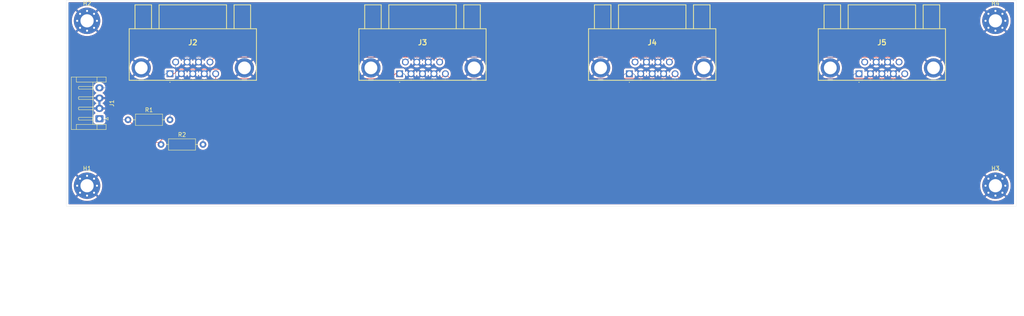
<source format=kicad_pcb>
(kicad_pcb (version 20221018) (generator pcbnew)
  (layers (0 "F.Cu" signal "Front") (31 "B.Cu" signal "Back") (34 "B.Paste" user) (35 "F.Paste" user) (36 "B.SilkS" user "B.Silkscreen") (37 "F.SilkS" user "F.Silkscreen") (38 "B.Mask" user) (39 "F.Mask" user) (44 "Edge.Cuts" user))
  (net 0 "")
  (net 1 "/5V")
  (net 2 "GNDREF")
  (net 3 "/12V")
  (net 4 "/SCK")
  (net 5 "/SDA")
  (footprint "Connector_JST:JST_EH_S4B-EH_1x04_P2.50mm_Horizontal" (layer "F.Cu") (at 45.495 100.33 90)
    (fp_text reference "J1" (at 3.75 3 90) (layer "F.SilkS"))
    (fp_text value "Conn_01x04_Pin")
    (fp_line (start -2.61 -6.81) (end 10.11 -6.81) (stroke (width 0.12)) (layer "F.SilkS"))
    (fp_line (start -2.61 -5.59) (end -1.39 -5.59) (stroke (width 0.12)) (layer "F.SilkS"))
    (fp_line (start -2.61 1.61) (end -2.61 -6.81) (stroke (width 0.12)) (layer "F.SilkS"))
    (fp_line (start -1.39 -5.59) (end -1.39 -0.59) (stroke (width 0.12)) (layer "F.SilkS"))
    (fp_line (start -1.39 -1.59) (end 8.89 -1.59) (stroke (width 0.12)) (layer "F.SilkS"))
    (fp_line (start -1.39 -0.59) (end -2.61 -0.59) (stroke (width 0.12)) (layer "F.SilkS"))
    (fp_line (start -1.39 -0.59) (end -1.39 1.61) (stroke (width 0.12)) (layer "F.SilkS"))
    (fp_line (start -1.39 1.61) (end -2.61 1.61) (stroke (width 0.12)) (layer "F.SilkS"))
    (fp_line (start -0.32 -5.01) (end 0 -5.09) (stroke (width 0.12)) (layer "F.SilkS"))
    (fp_line (start -0.32 -1.59) (end -0.32 -5.01) (stroke (width 0.12)) (layer "F.SilkS"))
    (fp_line (start -0.3 2.1) (end 0.3 2.1) (stroke (width 0.12)) (layer "F.SilkS"))
    (fp_line (start 0 -5.09) (end 0.32 -5.01) (stroke (width 0.12)) (layer "F.SilkS"))
    (fp_line (start 0 -1.59) (end -0.32 -1.59) (stroke (width 0.12)) (layer "F.SilkS"))
    (fp_line (start 0 1.5) (end -0.3 2.1) (stroke (width 0.12)) (layer "F.SilkS"))
    (fp_line (start 0.3 2.1) (end 0 1.5) (stroke (width 0.12)) (layer "F.SilkS"))
    (fp_line (start 0.32 -5.01) (end 0.32 -1.59) (stroke (width 0.12)) (layer "F.SilkS"))
    (fp_line (start 0.32 -1.59) (end 0 -1.59) (stroke (width 0.12)) (layer "F.SilkS"))
    (fp_line (start 1.17 -0.59) (end 1.33 -0.59) (stroke (width 0.12)) (layer "F.SilkS"))
    (fp_line (start 2.18 -5.01) (end 2.5 -5.09) (stroke (width 0.12)) (layer "F.SilkS"))
    (fp_line (start 2.18 -1.59) (end 2.18 -5.01) (stroke (width 0.12)) (layer "F.SilkS"))
    (fp_line (start 2.5 -5.09) (end 2.82 -5.01) (stroke (width 0.12)) (layer "F.SilkS"))
    (fp_line (start 2.5 -1.59) (end 2.18 -1.59) (stroke (width 0.12)) (layer "F.SilkS"))
    (fp_line (start 2.82 -5.01) (end 2.82 -1.59) (stroke (width 0.12)) (layer "F.SilkS"))
    (fp_line (start 2.82 -1.59) (end 2.5 -1.59) (stroke (width 0.12)) (layer "F.SilkS"))
    (fp_line (start 3.67 -0.59) (end 3.83 -0.59) (stroke (width 0.12)) (layer "F.SilkS"))
    (fp_line (start 4.68 -5.01) (end 5 -5.09) (stroke (width 0.12)) (layer "F.SilkS"))
    (fp_line (start 4.68 -1.59) (end 4.68 -5.01) (stroke (width 0.12)) (layer "F.SilkS"))
    (fp_line (start 5 -5.09) (end 5.32 -5.01) (stroke (width 0.12)) (layer "F.SilkS"))
    (fp_line (start 5 -1.59) (end 4.68 -1.59) (stroke (width 0.12)) (layer "F.SilkS"))
    (fp_line (start 5.32 -5.01) (end 5.32 -1.59) (stroke (width 0.12)) (layer "F.SilkS"))
    (fp_line (start 5.32 -1.59) (end 5 -1.59) (stroke (width 0.12)) (layer "F.SilkS"))
    (fp_line (start 6.17 -0.59) (end 6.33 -0.59) (stroke (width 0.12)) (layer "F.SilkS"))
    (fp_line (start 7.18 -5.01) (end 7.5 -5.09) (stroke (width 0.12)) (layer "F.SilkS"))
    (fp_line (start 7.18 -1.59) (end 7.18 -5.01) (stroke (width 0.12)) (layer "F.SilkS"))
    (fp_line (start 7.5 -5.09) (end 7.82 -5.01) (stroke (width 0.12)) (layer "F.SilkS"))
    (fp_line (start 7.5 -1.59) (end 7.18 -1.59) (stroke (width 0.12)) (layer "F.SilkS"))
    (fp_line (start 7.82 -5.01) (end 7.82 -1.59) (stroke (width 0.12)) (layer "F.SilkS"))
    (fp_line (start 7.82 -1.59) (end 7.5 -1.59) (stroke (width 0.12)) (layer "F.SilkS"))
    (fp_line (start 8.89 -5.59) (end 8.89 -0.59) (stroke (width 0.12)) (layer "F.SilkS"))
    (fp_line (start 8.89 -0.59) (end 10.11 -0.59) (stroke (width 0.12)) (layer "F.SilkS"))
    (fp_line (start 8.89 1.61) (end 8.89 -0.59) (stroke (width 0.12)) (layer "F.SilkS"))
    (fp_line (start 10.11 -6.81) (end 10.11 1.61) (stroke (width 0.12)) (layer "F.SilkS"))
    (fp_line (start 10.11 -5.59) (end 8.89 -5.59) (stroke (width 0.12)) (layer "F.SilkS"))
    (fp_line (start 10.11 1.61) (end 8.89 1.61) (stroke (width 0.12)) (layer "F.SilkS"))
    (pad "1" thru_hole roundrect (at 0 0 90) (size 1.7 1.95) (drill 0.95) (layers "*.Cu" "*.Mask") (roundrect_rratio 0.147059) (net 1 "/5V"))
    (pad "2" thru_hole oval (at 2.5 0 90) (size 1.7 1.95) (drill 0.95) (layers "*.Cu" "*.Mask") (net 2 "GNDREF"))
    (pad "3" thru_hole oval (at 5 0 90) (size 1.7 1.95) (drill 0.95) (layers "*.Cu" "*.Mask") (net 2 "GNDREF"))
    (pad "4" thru_hole oval (at 7.5 0 90) (size 1.7 1.95) (drill 0.95) (layers "*.Cu" "*.Mask") (net 3 "/12V"))
  )
  (footprint "Lib Perso:NFD17E09SAFC1DA" (layer "F.Cu") (at 62.57 89.42 180)
    (fp_text reference "J2" (at -5.54 7.57) (layer "F.SilkS") (effects (font (size 1.27 1.27) (thickness 0.254))))
    (fp_text value "Sub-D9" hide)
    (fp_line (start -20.945 -1.58) (end 9.865 -1.58) (stroke (width 0.2)) (layer "F.SilkS"))
    (fp_line (start -20.945 10.92) (end -20.945 -1.58) (stroke (width 0.2)) (layer "F.SilkS"))
    (fp_line (start -19.54 16.72) (end -19.54 10.92) (stroke (width 0.2)) (layer "F.SilkS"))
    (fp_line (start -15.54 10.92) (end -15.54 16.72) (stroke (width 0.2)) (layer "F.SilkS"))
    (fp_line (start -15.54 16.72) (end -19.54 16.72) (stroke (width 0.2)) (layer "F.SilkS"))
    (fp_line (start -13.705 10.92) (end -13.705 16.72) (stroke (width 0.2)) (layer "F.SilkS"))
    (fp_line (start -13.705 16.72) (end 2.625 16.72) (stroke (width 0.2)) (layer "F.SilkS"))
    (fp_line (start 0 -2.1) (end 0 -2.1) (stroke (width 0.1)) (layer "F.SilkS"))
    (fp_line (start 0 -2) (end 0 -2) (stroke (width 0.1)) (layer "F.SilkS"))
    (fp_line (start 2.625 16.72) (end 2.625 10.92) (stroke (width 0.2)) (layer "F.SilkS"))
    (fp_line (start 4.46 10.92) (end 4.46 16.72) (stroke (width 0.2)) (layer "F.SilkS"))
    (fp_line (start 4.46 16.72) (end 8.46 16.72) (stroke (width 0.2)) (layer "F.SilkS"))
    (fp_line (start 8.46 16.72) (end 8.46 10.92) (stroke (width 0.2)) (layer "F.SilkS"))
    (fp_line (start 9.865 -1.58) (end 9.865 10.92) (stroke (width 0.2)) (layer "F.SilkS"))
    (fp_line (start 9.865 10.92) (end -20.945 10.92) (stroke (width 0.2)) (layer "F.SilkS"))
    (fp_arc (start 0 -2.1) (mid 0.05 -2.05) (end 0 -2) (stroke (width 0.1)) (layer "F.SilkS"))
    (fp_arc (start 0 -2) (mid -0.05 -2.05) (end 0 -2.1) (stroke (width 0.1)) (layer "F.SilkS"))
    (pad "1" thru_hole rect (at 0 0 180) (size 1.65 1.65) (drill 1.1) (layers "*.Cu" "*.Mask") (net 3 "/12V"))
    (pad "2" thru_hole circle (at -2.77 0 180) (size 1.65 1.65) (drill 1.1) (layers "*.Cu" "*.Mask") (net 2 "GNDREF"))
    (pad "3" thru_hole circle (at -5.54 0 180) (size 1.65 1.65) (drill 1.1) (layers "*.Cu" "*.Mask") (net 2 "GNDREF"))
    (pad "4" thru_hole circle (at -8.31 0 180) (size 1.65 1.65) (drill 1.1) (layers "*.Cu" "*.Mask") (net 2 "GNDREF"))
    (pad "5" thru_hole circle (at -11.08 0 180) (size 1.65 1.65) (drill 1.1) (layers "*.Cu" "*.Mask") (net 1 "/5V"))
    (pad "6" thru_hole circle (at -1.385 2.84 180) (size 1.65 1.65) (drill 1.1) (layers "*.Cu" "*.Mask") (net 4 "/SCK"))
    (pad "7" thru_hole circle (at -4.155 2.84 180) (size 1.65 1.65) (drill 1.1) (layers "*.Cu" "*.Mask") (net 2 "GNDREF"))
    (pad "8" thru_hole circle (at -6.925 2.84 180) (size 1.65 1.65) (drill 1.1) (layers "*.Cu" "*.Mask") (net 2 "GNDREF"))
    (pad "9" thru_hole circle (at -9.695 2.84 180) (size 1.65 1.65) (drill 1.1) (layers "*.Cu" "*.Mask") (net 5 "/SDA"))
    (pad "MH1" thru_hole circle (at 6.955 1.42 180) (size 4.65 4.65) (drill 3.1) (layers "*.Cu" "*.Mask") (net 2 "GNDREF"))
    (pad "MH2" thru_hole circle (at -18.035 1.42 180) (size 4.65 4.65) (drill 3.1) (layers "*.Cu" "*.Mask") (net 2 "GNDREF"))
  )
  (footprint "Resistor_THT:R_Axial_DIN0207_L6.3mm_D2.5mm_P10.16mm_Horizontal" (layer "F.Cu") (at 60.415 106.58)
    (fp_text reference "R2" (at 5.08 -2.37) (layer "F.SilkS"))
    (fp_text value "10K")
    (fp_line (start 1.04 0) (end 1.81 0) (stroke (width 0.12)) (layer "F.SilkS"))
    (fp_line (start 1.81 -1.37) (end 1.81 1.37) (stroke (width 0.12)) (layer "F.SilkS"))
    (fp_line (start 1.81 1.37) (end 8.35 1.37) (stroke (width 0.12)) (layer "F.SilkS"))
    (fp_line (start 8.35 -1.37) (end 1.81 -1.37) (stroke (width 0.12)) (layer "F.SilkS"))
    (fp_line (start 8.35 1.37) (end 8.35 -1.37) (stroke (width 0.12)) (layer "F.SilkS"))
    (fp_line (start 9.12 0) (end 8.35 0) (stroke (width 0.12)) (layer "F.SilkS"))
    (pad "1" thru_hole circle (at 0 0) (size 1.6 1.6) (drill 0.8) (layers "*.Cu" "*.Mask") (net 1 "/5V"))
    (pad "2" thru_hole oval (at 10.16 0) (size 1.6 1.6) (drill 0.8) (layers "*.Cu" "*.Mask") (net 5 "/SDA"))
  )
  (footprint "MountingHole:MountingHole_3.2mm_M3_Pad_Via" (layer "F.Cu") (at 42.495 116.58)
    (fp_text reference "H1" (at 0 -4.2) (layer "F.SilkS"))
    (fp_text value "MountingHole_Pad")
    (pad "1" thru_hole circle (at -2.4 0) (size 0.8 0.8) (drill 0.5) (layers "*.Cu" "*.Mask") (net 2 "GNDREF"))
    (pad "1" thru_hole circle (at -1.697056 -1.697056) (size 0.8 0.8) (drill 0.5) (layers "*.Cu" "*.Mask") (net 2 "GNDREF"))
    (pad "1" thru_hole circle (at -1.697056 1.697056) (size 0.8 0.8) (drill 0.5) (layers "*.Cu" "*.Mask") (net 2 "GNDREF"))
    (pad "1" thru_hole circle (at 0 -2.4) (size 0.8 0.8) (drill 0.5) (layers "*.Cu" "*.Mask") (net 2 "GNDREF"))
    (pad "1" thru_hole circle (at 0 0) (size 6.4 6.4) (drill 3.2) (layers "*.Cu" "*.Mask") (net 2 "GNDREF"))
    (pad "1" thru_hole circle (at 0 2.4) (size 0.8 0.8) (drill 0.5) (layers "*.Cu" "*.Mask") (net 2 "GNDREF"))
    (pad "1" thru_hole circle (at 1.697056 -1.697056) (size 0.8 0.8) (drill 0.5) (layers "*.Cu" "*.Mask") (net 2 "GNDREF"))
    (pad "1" thru_hole circle (at 1.697056 1.697056) (size 0.8 0.8) (drill 0.5) (layers "*.Cu" "*.Mask") (net 2 "GNDREF"))
    (pad "1" thru_hole circle (at 2.4 0) (size 0.8 0.8) (drill 0.5) (layers "*.Cu" "*.Mask") (net 2 "GNDREF"))
  )
  (footprint "MountingHole:MountingHole_3.2mm_M3_Pad_Via" (layer "F.Cu") (at 42.495 76.58)
    (fp_text reference "H2" (at 0 -4.2) (layer "F.SilkS"))
    (fp_text value "MountingHole_Pad")
    (pad "1" thru_hole circle (at -2.4 0) (size 0.8 0.8) (drill 0.5) (layers "*.Cu" "*.Mask") (net 2 "GNDREF"))
    (pad "1" thru_hole circle (at -1.697056 -1.697056) (size 0.8 0.8) (drill 0.5) (layers "*.Cu" "*.Mask") (net 2 "GNDREF"))
    (pad "1" thru_hole circle (at -1.697056 1.697056) (size 0.8 0.8) (drill 0.5) (layers "*.Cu" "*.Mask") (net 2 "GNDREF"))
    (pad "1" thru_hole circle (at 0 -2.4) (size 0.8 0.8) (drill 0.5) (layers "*.Cu" "*.Mask") (net 2 "GNDREF"))
    (pad "1" thru_hole circle (at 0 0) (size 6.4 6.4) (drill 3.2) (layers "*.Cu" "*.Mask") (net 2 "GNDREF"))
    (pad "1" thru_hole circle (at 0 2.4) (size 0.8 0.8) (drill 0.5) (layers "*.Cu" "*.Mask") (net 2 "GNDREF"))
    (pad "1" thru_hole circle (at 1.697056 -1.697056) (size 0.8 0.8) (drill 0.5) (layers "*.Cu" "*.Mask") (net 2 "GNDREF"))
    (pad "1" thru_hole circle (at 1.697056 1.697056) (size 0.8 0.8) (drill 0.5) (layers "*.Cu" "*.Mask") (net 2 "GNDREF"))
    (pad "1" thru_hole circle (at 2.4 0) (size 0.8 0.8) (drill 0.5) (layers "*.Cu" "*.Mask") (net 2 "GNDREF"))
  )
  (footprint "MountingHole:MountingHole_3.2mm_M3_Pad_Via" (layer "F.Cu") (at 262.495 116.58)
    (fp_text reference "H3" (at 0 -4.2) (layer "F.SilkS"))
    (fp_text value "MountingHole_Pad")
    (pad "1" thru_hole circle (at -2.4 0) (size 0.8 0.8) (drill 0.5) (layers "*.Cu" "*.Mask") (net 2 "GNDREF"))
    (pad "1" thru_hole circle (at -1.697056 -1.697056) (size 0.8 0.8) (drill 0.5) (layers "*.Cu" "*.Mask") (net 2 "GNDREF"))
    (pad "1" thru_hole circle (at -1.697056 1.697056) (size 0.8 0.8) (drill 0.5) (layers "*.Cu" "*.Mask") (net 2 "GNDREF"))
    (pad "1" thru_hole circle (at 0 -2.4) (size 0.8 0.8) (drill 0.5) (layers "*.Cu" "*.Mask") (net 2 "GNDREF"))
    (pad "1" thru_hole circle (at 0 0) (size 6.4 6.4) (drill 3.2) (layers "*.Cu" "*.Mask") (net 2 "GNDREF"))
    (pad "1" thru_hole circle (at 0 2.4) (size 0.8 0.8) (drill 0.5) (layers "*.Cu" "*.Mask") (net 2 "GNDREF"))
    (pad "1" thru_hole circle (at 1.697056 -1.697056) (size 0.8 0.8) (drill 0.5) (layers "*.Cu" "*.Mask") (net 2 "GNDREF"))
    (pad "1" thru_hole circle (at 1.697056 1.697056) (size 0.8 0.8) (drill 0.5) (layers "*.Cu" "*.Mask") (net 2 "GNDREF"))
    (pad "1" thru_hole circle (at 2.4 0) (size 0.8 0.8) (drill 0.5) (layers "*.Cu" "*.Mask") (net 2 "GNDREF"))
  )
  (footprint "Lib Perso:NFD17E09SAFC1DA" (layer "F.Cu") (at 229.46 89.42 180)
    (fp_text reference "J5" (at -5.54 7.57) (layer "F.SilkS") (effects (font (size 1.27 1.27) (thickness 0.254))))
    (fp_text value "Sub-D9" hide)
    (fp_line (start -20.945 -1.58) (end 9.865 -1.58) (stroke (width 0.2)) (layer "F.SilkS"))
    (fp_line (start -20.945 10.92) (end -20.945 -1.58) (stroke (width 0.2)) (layer "F.SilkS"))
    (fp_line (start -19.54 16.72) (end -19.54 10.92) (stroke (width 0.2)) (layer "F.SilkS"))
    (fp_line (start -15.54 10.92) (end -15.54 16.72) (stroke (width 0.2)) (layer "F.SilkS"))
    (fp_line (start -15.54 16.72) (end -19.54 16.72) (stroke (width 0.2)) (layer "F.SilkS"))
    (fp_line (start -13.705 10.92) (end -13.705 16.72) (stroke (width 0.2)) (layer "F.SilkS"))
    (fp_line (start -13.705 16.72) (end 2.625 16.72) (stroke (width 0.2)) (layer "F.SilkS"))
    (fp_line (start 0 -2.1) (end 0 -2.1) (stroke (width 0.1)) (layer "F.SilkS"))
    (fp_line (start 0 -2) (end 0 -2) (stroke (width 0.1)) (layer "F.SilkS"))
    (fp_line (start 2.625 16.72) (end 2.625 10.92) (stroke (width 0.2)) (layer "F.SilkS"))
    (fp_line (start 4.46 10.92) (end 4.46 16.72) (stroke (width 0.2)) (layer "F.SilkS"))
    (fp_line (start 4.46 16.72) (end 8.46 16.72) (stroke (width 0.2)) (layer "F.SilkS"))
    (fp_line (start 8.46 16.72) (end 8.46 10.92) (stroke (width 0.2)) (layer "F.SilkS"))
    (fp_line (start 9.865 -1.58) (end 9.865 10.92) (stroke (width 0.2)) (layer "F.SilkS"))
    (fp_line (start 9.865 10.92) (end -20.945 10.92) (stroke (width 0.2)) (layer "F.SilkS"))
    (fp_arc (start 0 -2.1) (mid 0.05 -2.05) (end 0 -2) (stroke (width 0.1)) (layer "F.SilkS"))
    (fp_arc (start 0 -2) (mid -0.05 -2.05) (end 0 -2.1) (stroke (width 0.1)) (layer "F.SilkS"))
    (pad "1" thru_hole rect (at 0 0 180) (size 1.65 1.65) (drill 1.1) (layers "*.Cu" "*.Mask") (net 3 "/12V"))
    (pad "2" thru_hole circle (at -2.77 0 180) (size 1.65 1.65) (drill 1.1) (layers "*.Cu" "*.Mask") (net 2 "GNDREF"))
    (pad "3" thru_hole circle (at -5.54 0 180) (size 1.65 1.65) (drill 1.1) (layers "*.Cu" "*.Mask") (net 2 "GNDREF"))
    (pad "4" thru_hole circle (at -8.31 0 180) (size 1.65 1.65) (drill 1.1) (layers "*.Cu" "*.Mask") (net 2 "GNDREF"))
    (pad "5" thru_hole circle (at -11.08 0 180) (size 1.65 1.65) (drill 1.1) (layers "*.Cu" "*.Mask") (net 1 "/5V"))
    (pad "6" thru_hole circle (at -1.385 2.84 180) (size 1.65 1.65) (drill 1.1) (layers "*.Cu" "*.Mask") (net 4 "/SCK"))
    (pad "7" thru_hole circle (at -4.155 2.84 180) (size 1.65 1.65) (drill 1.1) (layers "*.Cu" "*.Mask") (net 2 "GNDREF"))
    (pad "8" thru_hole circle (at -6.925 2.84 180) (size 1.65 1.65) (drill 1.1) (layers "*.Cu" "*.Mask") (net 2 "GNDREF"))
    (pad "9" thru_hole circle (at -9.695 2.84 180) (size 1.65 1.65) (drill 1.1) (layers "*.Cu" "*.Mask") (net 5 "/SDA"))
    (pad "MH1" thru_hole circle (at 6.955 1.42 180) (size 4.65 4.65) (drill 3.1) (layers "*.Cu" "*.Mask") (net 2 "GNDREF"))
    (pad "MH2" thru_hole circle (at -18.035 1.42 180) (size 4.65 4.65) (drill 3.1) (layers "*.Cu" "*.Mask") (net 2 "GNDREF"))
  )
  (footprint "Lib Perso:NFD17E09SAFC1DA" (layer "F.Cu") (at 173.83 89.42 180)
    (fp_text reference "J4" (at -5.54 7.57) (layer "F.SilkS") (effects (font (size 1.27 1.27) (thickness 0.254))))
    (fp_text value "Sub-D9" hide)
    (fp_line (start -20.945 -1.58) (end 9.865 -1.58) (stroke (width 0.2)) (layer "F.SilkS"))
    (fp_line (start -20.945 10.92) (end -20.945 -1.58) (stroke (width 0.2)) (layer "F.SilkS"))
    (fp_line (start -19.54 16.72) (end -19.54 10.92) (stroke (width 0.2)) (layer "F.SilkS"))
    (fp_line (start -15.54 10.92) (end -15.54 16.72) (stroke (width 0.2)) (layer "F.SilkS"))
    (fp_line (start -15.54 16.72) (end -19.54 16.72) (stroke (width 0.2)) (layer "F.SilkS"))
    (fp_line (start -13.705 10.92) (end -13.705 16.72) (stroke (width 0.2)) (layer "F.SilkS"))
    (fp_line (start -13.705 16.72) (end 2.625 16.72) (stroke (width 0.2)) (layer "F.SilkS"))
    (fp_line (start 0 -2.1) (end 0 -2.1) (stroke (width 0.1)) (layer "F.SilkS"))
    (fp_line (start 0 -2) (end 0 -2) (stroke (width 0.1)) (layer "F.SilkS"))
    (fp_line (start 2.625 16.72) (end 2.625 10.92) (stroke (width 0.2)) (layer "F.SilkS"))
    (fp_line (start 4.46 10.92) (end 4.46 16.72) (stroke (width 0.2)) (layer "F.SilkS"))
    (fp_line (start 4.46 16.72) (end 8.46 16.72) (stroke (width 0.2)) (layer "F.SilkS"))
    (fp_line (start 8.46 16.72) (end 8.46 10.92) (stroke (width 0.2)) (layer "F.SilkS"))
    (fp_line (start 9.865 -1.58) (end 9.865 10.92) (stroke (width 0.2)) (layer "F.SilkS"))
    (fp_line (start 9.865 10.92) (end -20.945 10.92) (stroke (width 0.2)) (layer "F.SilkS"))
    (fp_arc (start 0 -2.1) (mid 0.05 -2.05) (end 0 -2) (stroke (width 0.1)) (layer "F.SilkS"))
    (fp_arc (start 0 -2) (mid -0.05 -2.05) (end 0 -2.1) (stroke (width 0.1)) (layer "F.SilkS"))
    (pad "1" thru_hole rect (at 0 0 180) (size 1.65 1.65) (drill 1.1) (layers "*.Cu" "*.Mask") (net 3 "/12V"))
    (pad "2" thru_hole circle (at -2.77 0 180) (size 1.65 1.65) (drill 1.1) (layers "*.Cu" "*.Mask") (net 2 "GNDREF"))
    (pad "3" thru_hole circle (at -5.54 0 180) (size 1.65 1.65) (drill 1.1) (layers "*.Cu" "*.Mask") (net 2 "GNDREF"))
    (pad "4" thru_hole circle (at -8.31 0 180) (size 1.65 1.65) (drill 1.1) (layers "*.Cu" "*.Mask") (net 2 "GNDREF"))
    (pad "5" thru_hole circle (at -11.08 0 180) (size 1.65 1.65) (drill 1.1) (layers "*.Cu" "*.Mask") (net 1 "/5V"))
    (pad "6" thru_hole circle (at -1.385 2.84 180) (size 1.65 1.65) (drill 1.1) (layers "*.Cu" "*.Mask") (net 4 "/SCK"))
    (pad "7" thru_hole circle (at -4.155 2.84 180) (size 1.65 1.65) (drill 1.1) (layers "*.Cu" "*.Mask") (net 2 "GNDREF"))
    (pad "8" thru_hole circle (at -6.925 2.84 180) (size 1.65 1.65) (drill 1.1) (layers "*.Cu" "*.Mask") (net 2 "GNDREF"))
    (pad "9" thru_hole circle (at -9.695 2.84 180) (size 1.65 1.65) (drill 1.1) (layers "*.Cu" "*.Mask") (net 5 "/SDA"))
    (pad "MH1" thru_hole circle (at 6.955 1.42 180) (size 4.65 4.65) (drill 3.1) (layers "*.Cu" "*.Mask") (net 2 "GNDREF"))
    (pad "MH2" thru_hole circle (at -18.035 1.42 180) (size 4.65 4.65) (drill 3.1) (layers "*.Cu" "*.Mask") (net 2 "GNDREF"))
  )
  (footprint "Resistor_THT:R_Axial_DIN0207_L6.3mm_D2.5mm_P10.16mm_Horizontal" (layer "F.Cu") (at 52.415 100.58)
    (fp_text reference "R1" (at 5.08 -2.37) (layer "F.SilkS"))
    (fp_text value "10K")
    (fp_line (start 1.04 0) (end 1.81 0) (stroke (width 0.12)) (layer "F.SilkS"))
    (fp_line (start 1.81 -1.37) (end 1.81 1.37) (stroke (width 0.12)) (layer "F.SilkS"))
    (fp_line (start 1.81 1.37) (end 8.35 1.37) (stroke (width 0.12)) (layer "F.SilkS"))
    (fp_line (start 8.35 -1.37) (end 1.81 -1.37) (stroke (width 0.12)) (layer "F.SilkS"))
    (fp_line (start 8.35 1.37) (end 8.35 -1.37) (stroke (width 0.12)) (layer "F.SilkS"))
    (fp_line (start 9.12 0) (end 8.35 0) (stroke (width 0.12)) (layer "F.SilkS"))
    (pad "1" thru_hole circle (at 0 0) (size 1.6 1.6) (drill 0.8) (layers "*.Cu" "*.Mask") (net 1 "/5V"))
    (pad "2" thru_hole oval (at 10.16 0) (size 1.6 1.6) (drill 0.8) (layers "*.Cu" "*.Mask") (net 4 "/SCK"))
  )
  (footprint "MountingHole:MountingHole_3.2mm_M3_Pad_Via" (layer "F.Cu") (at 262.495 76.58)
    (fp_text reference "H4" (at 0 -4.2) (layer "F.SilkS"))
    (fp_text value "MountingHole_Pad")
    (pad "1" thru_hole circle (at -2.4 0) (size 0.8 0.8) (drill 0.5) (layers "*.Cu" "*.Mask") (net 2 "GNDREF"))
    (pad "1" thru_hole circle (at -1.697056 -1.697056) (size 0.8 0.8) (drill 0.5) (layers "*.Cu" "*.Mask") (net 2 "GNDREF"))
    (pad "1" thru_hole circle (at -1.697056 1.697056) (size 0.8 0.8) (drill 0.5) (layers "*.Cu" "*.Mask") (net 2 "GNDREF"))
    (pad "1" thru_hole circle (at 0 -2.4) (size 0.8 0.8) (drill 0.5) (layers "*.Cu" "*.Mask") (net 2 "GNDREF"))
    (pad "1" thru_hole circle (at 0 0) (size 6.4 6.4) (drill 3.2) (layers "*.Cu" "*.Mask") (net 2 "GNDREF"))
    (pad "1" thru_hole circle (at 0 2.4) (size 0.8 0.8) (drill 0.5) (layers "*.Cu" "*.Mask") (net 2 "GNDREF"))
    (pad "1" thru_hole circle (at 1.697056 -1.697056) (size 0.8 0.8) (drill 0.5) (layers "*.Cu" "*.Mask") (net 2 "GNDREF"))
    (pad "1" thru_hole circle (at 1.697056 1.697056) (size 0.8 0.8) (drill 0.5) (layers "*.Cu" "*.Mask") (net 2 "GNDREF"))
    (pad "1" thru_hole circle (at 2.4 0) (size 0.8 0.8) (drill 0.5) (layers "*.Cu" "*.Mask") (net 2 "GNDREF"))
  )
  (footprint "Lib Perso:NFD17E09SAFC1DA" (layer "F.Cu") (at 118.2 89.42 180)
    (fp_text reference "J3" (at -5.54 7.57) (layer "F.SilkS") (effects (font (size 1.27 1.27) (thickness 0.254))))
    (fp_text value "Sub-D9" hide)
    (fp_line (start -20.945 -1.58) (end 9.865 -1.58) (stroke (width 0.2)) (layer "F.SilkS"))
    (fp_line (start -20.945 10.92) (end -20.945 -1.58) (stroke (width 0.2)) (layer "F.SilkS"))
    (fp_line (start -19.54 16.72) (end -19.54 10.92) (stroke (width 0.2)) (layer "F.SilkS"))
    (fp_line (start -15.54 10.92) (end -15.54 16.72) (stroke (width 0.2)) (layer "F.SilkS"))
    (fp_line (start -15.54 16.72) (end -19.54 16.72) (stroke (width 0.2)) (layer "F.SilkS"))
    (fp_line (start -13.705 10.92) (end -13.705 16.72) (stroke (width 0.2)) (layer "F.SilkS"))
    (fp_line (start -13.705 16.72) (end 2.625 16.72) (stroke (width 0.2)) (layer "F.SilkS"))
    (fp_line (start 0 -2.1) (end 0 -2.1) (stroke (width 0.1)) (layer "F.SilkS"))
    (fp_line (start 0 -2) (end 0 -2) (stroke (width 0.1)) (layer "F.SilkS"))
    (fp_line (start 2.625 16.72) (end 2.625 10.92) (stroke (width 0.2)) (layer "F.SilkS"))
    (fp_line (start 4.46 10.92) (end 4.46 16.72) (stroke (width 0.2)) (layer "F.SilkS"))
    (fp_line (start 4.46 16.72) (end 8.46 16.72) (stroke (width 0.2)) (layer "F.SilkS"))
    (fp_line (start 8.46 16.72) (end 8.46 10.92) (stroke (width 0.2)) (layer "F.SilkS"))
    (fp_line (start 9.865 -1.58) (end 9.865 10.92) (stroke (width 0.2)) (layer "F.SilkS"))
    (fp_line (start 9.865 10.92) (end -20.945 10.92) (stroke (width 0.2)) (layer "F.SilkS"))
    (fp_arc (start 0 -2.1) (mid 0.05 -2.05) (end 0 -2) (stroke (width 0.1)) (layer "F.SilkS"))
    (fp_arc (start 0 -2) (mid -0.05 -2.05) (end 0 -2.1) (stroke (width 0.1)) (layer "F.SilkS"))
    (pad "1" thru_hole rect (at 0 0 180) (size 1.65 1.65) (drill 1.1) (layers "*.Cu" "*.Mask") (net 3 "/12V"))
    (pad "2" thru_hole circle (at -2.77 0 180) (size 1.65 1.65) (drill 1.1) (layers "*.Cu" "*.Mask") (net 2 "GNDREF"))
    (pad "3" thru_hole circle (at -5.54 0 180) (size 1.65 1.65) (drill 1.1) (layers "*.Cu" "*.Mask") (net 2 "GNDREF"))
    (pad "4" thru_hole circle (at -8.31 0 180) (size 1.65 1.65) (drill 1.1) (layers "*.Cu" "*.Mask") (net 2 "GNDREF"))
    (pad "5" thru_hole circle (at -11.08 0 180) (size 1.65 1.65) (drill 1.1) (layers "*.Cu" "*.Mask") (net 1 "/5V"))
    (pad "6" thru_hole circle (at -1.385 2.84 180) (size 1.65 1.65) (drill 1.1) (layers "*.Cu" "*.Mask") (net 4 "/SCK"))
    (pad "7" thru_hole circle (at -4.155 2.84 180) (size 1.65 1.65) (drill 1.1) (layers "*.Cu" "*.Mask") (net 2 "GNDREF"))
    (pad "8" thru_hole circle (at -6.925 2.84 180) (size 1.65 1.65) (drill 1.1) (layers "*.Cu" "*.Mask") (net 2 "GNDREF"))
    (pad "9" thru_hole circle (at -9.695 2.84 180) (size 1.65 1.65) (drill 1.1) (layers "*.Cu" "*.Mask") (net 5 "/SDA"))
    (pad "MH1" thru_hole circle (at 6.955 1.42 180) (size 4.65 4.65) (drill 3.1) (layers "*.Cu" "*.Mask") (net 2 "GNDREF"))
    (pad "MH2" thru_hole circle (at -18.035 1.42 180) (size 4.65 4.65) (drill 3.1) (layers "*.Cu" "*.Mask") (net 2 "GNDREF"))
  )
  (gr_rect (start 37.495 71.58) (end 267.495 121.58) (stroke (width 0.0381)) (fill none) (layer "Edge.Cuts"))
  (segment (start 186.038 90.5483) (end 239.412 90.5483) (width 0.127) (layer "F.Cu") (net 1))
  (segment (start 127.838 90.8622) (end 129.28 89.42) (width 0.127) (layer "F.Cu") (net 1))
  (segment (start 130.389 90.5292) (end 129.28 89.42) (width 0.127) (layer "F.Cu") (net 1))
  (segment (start 73.65 90.8622) (end 73.65 89.42) (width 0.127) (layer "F.Cu") (net 1))
  (segment (start 184.91 89.42) (end 183.801 90.5292) (width 0.127) (layer "F.Cu") (net 1))
  (segment (start 60.415 106.58) (end 59.915 106.08) (width 0.127) (layer "F.Cu") (net 1))
  (segment (start 73.65 90.8622) (end 127.838 90.8622) (width 0.127) (layer "F.Cu") (net 1))
  (segment (start 52.415 100.58) (end 57.915 106.08) (width 0.127) (layer "F.Cu") (net 1))
  (segment (start 184.91 89.42) (end 186.038 90.5483) (width 0.127) (layer "F.Cu") (net 1))
  (segment (start 59.915 106.08) (end 73.65 92.345) (width 0.127) (layer "F.Cu") (net 1))
  (segment (start 57.915 106.08) (end 59.915 106.08) (width 0.127) (layer "F.Cu") (net 1))
  (segment (start 183.801 90.5292) (end 130.389 90.5292) (width 0.127) (layer "F.Cu") (net 1))
  (segment (start 239.412 90.5483) (end 240.54 89.42) (width 0.127) (layer "F.Cu") (net 1))
  (segment (start 73.65 92.345) (end 73.65 90.8622) (width 0.127) (layer "F.Cu") (net 1))
  (segment (start 45.495 100.33) (end 45.745 100.58) (width 0.127) (layer "B.Cu") (net 1))
  (segment (start 45.745 100.58) (end 52.415 100.58) (width 0.127) (layer "B.Cu") (net 1))
  (segment (start 116.039 90.5633) (end 76.8864 90.5633) (width 0.127) (layer "F.Cu") (net 3))
  (segment (start 118.2 89.42) (end 117.183 89.42) (width 0.127) (layer "F.Cu") (net 3))
  (segment (start 117.183 89.42) (end 116.039 90.5633) (width 0.127) (layer "F.Cu") (net 3))
  (segment (start 76.8864 90.5633) (end 74.6773 88.3542) (width 0.127) (layer "F.Cu") (net 3))
  (segment (start 64.6532 88.3542) (end 63.5874 89.42) (width 0.127) (layer "F.Cu") (net 3))
  (segment (start 63.5874 89.42) (end 62.57 89.42) (width 0.127) (layer "F.Cu") (net 3))
  (segment (start 74.6773 88.3542) (end 64.6532 88.3542) (width 0.127) (layer "F.Cu") (net 3))
  (segment (start 229.46 89.42) (end 228.443 89.42) (width 0.127) (layer "B.Cu") (net 3))
  (segment (start 58.1426 92.83) (end 45.495 92.83) (width 0.127) (layer "B.Cu") (net 3))
  (segment (start 172.813 89.42) (end 171.658 90.5744) (width 0.127) (layer "B.Cu") (net 3))
  (segment (start 120.372 90.5744) (end 119.217 89.42) (width 0.127) (layer "B.Cu") (net 3))
  (segment (start 171.658 90.5744) (end 120.372 90.5744) (width 0.127) (layer "B.Cu") (net 3))
  (segment (start 228.443 89.42) (end 227.288 90.5744) (width 0.127) (layer "B.Cu") (net 3))
  (segment (start 119.217 89.42) (end 118.2 89.42) (width 0.127) (layer "B.Cu") (net 3))
  (segment (start 61.5526 89.42) (end 58.1426 92.83) (width 0.127) (layer "B.Cu") (net 3))
  (segment (start 176.002 90.5744) (end 174.847 89.42) (width 0.127) (layer "B.Cu") (net 3))
  (segment (start 173.83 89.42) (end 172.813 89.42) (width 0.127) (layer "B.Cu") (net 3))
  (segment (start 227.288 90.5744) (end 176.002 90.5744) (width 0.127) (layer "B.Cu") (net 3))
  (segment (start 174.847 89.42) (end 173.83 89.42) (width 0.127) (layer "B.Cu") (net 3))
  (segment (start 62.57 89.42) (end 61.5526 89.42) (width 0.127) (layer "B.Cu") (net 3))
  (segment (start 175.215 86.58) (end 174.076 85.4409) (width 0.127) (layer "B.Cu") (net 4))
  (segment (start 229.692 85.427) (end 230.845 86.58) (width 0.127) (layer "B.Cu") (net 4))
  (segment (start 174.076 85.4409) (end 120.724 85.4409) (width 0.127) (layer "B.Cu") (net 4))
  (segment (start 63.955 86.58) (end 63.955 98.2076) (width 0.127) (layer "B.Cu") (net 4))
  (segment (start 63.955 86.58) (end 65.0524 85.4826) (width 0.127) (layer "B.Cu") (net 4))
  (segment (start 118.488 85.4826) (end 119.585 86.58) (width 0.127) (layer "B.Cu") (net 4))
  (segment (start 120.724 85.4409) (end 119.585 86.58) (width 0.127) (layer "B.Cu") (net 4))
  (segment (start 62.575 99.5876) (end 62.575 100.58) (width 0.127) (layer "B.Cu") (net 4))
  (segment (start 176.368 85.427) (end 229.692 85.427) (width 0.127) (layer "B.Cu") (net 4))
  (segment (start 65.0524 85.4826) (end 118.488 85.4826) (width 0.127) (layer "B.Cu") (net 4))
  (segment (start 63.955 98.2076) (end 62.575 99.5876) (width 0.127) (layer "B.Cu") (net 4))
  (segment (start 175.215 86.58) (end 176.368 85.427) (width 0.127) (layer "B.Cu") (net 4))
  (segment (start 129.042 85.4335) (end 182.378 85.4335) (width 0.127) (layer "F.Cu") (net 5))
  (segment (start 183.525 86.58) (end 184.644 85.4608) (width 0.127) (layer "F.Cu") (net 5))
  (segment (start 182.378 85.4335) (end 183.525 86.58) (width 0.127) (layer "F.Cu") (net 5))
  (segment (start 127.895 86.58) (end 129.042 85.4335) (width 0.127) (layer "F.Cu") (net 5))
  (segment (start 184.644 85.4608) (end 238.036 85.4608) (width 0.127) (layer "F.Cu") (net 5))
  (segment (start 238.036 85.4608) (end 239.155 86.58) (width 0.127) (layer "F.Cu") (net 5))
  (segment (start 126.725 85.4102) (end 127.895 86.58) (width 0.127) (layer "F.Cu") (net 5))
  (segment (start 73.4348 85.4102) (end 126.725 85.4102) (width 0.127) (layer "F.Cu") (net 5))
  (segment (start 72.265 86.58) (end 73.4348 85.4102) (width 0.127) (layer "F.Cu") (net 5))
  (segment (start 70.575 105.588) (end 72.265 103.898) (width 0.127) (layer "B.Cu") (net 5))
  (segment (start 70.575 106.58) (end 70.575 105.588) (width 0.127) (layer "B.Cu") (net 5))
  (segment (start 72.265 103.898) (end 72.265 86.58) (width 0.127) (layer "B.Cu") (net 5))
  (zone (net 2) (net_name "GNDREF") (layer "F.Cu") (connect_pads (clearance 0.5)) (min_thickness 0.25) (fill yes (thermal_gap 0.5) (thermal_bridge_width 0.5))
    (polygon (pts (xy 37.495 121.58) (xy 37.495 71.58) (xy 267.495 71.58) (xy 267.495 121.58)))
  )
  (zone (net 2) (net_name "GNDREF") (layer "B.Cu") (priority 1) (connect_pads (clearance 0.5)) (min_thickness 0.25) (fill yes (thermal_gap 0.5) (thermal_bridge_width 0.5))
    (polygon (pts (xy 37.495 121.58) (xy 37.495 71.58) (xy 267.495 71.58) (xy 267.495 121.58)))
  )
)
</source>
